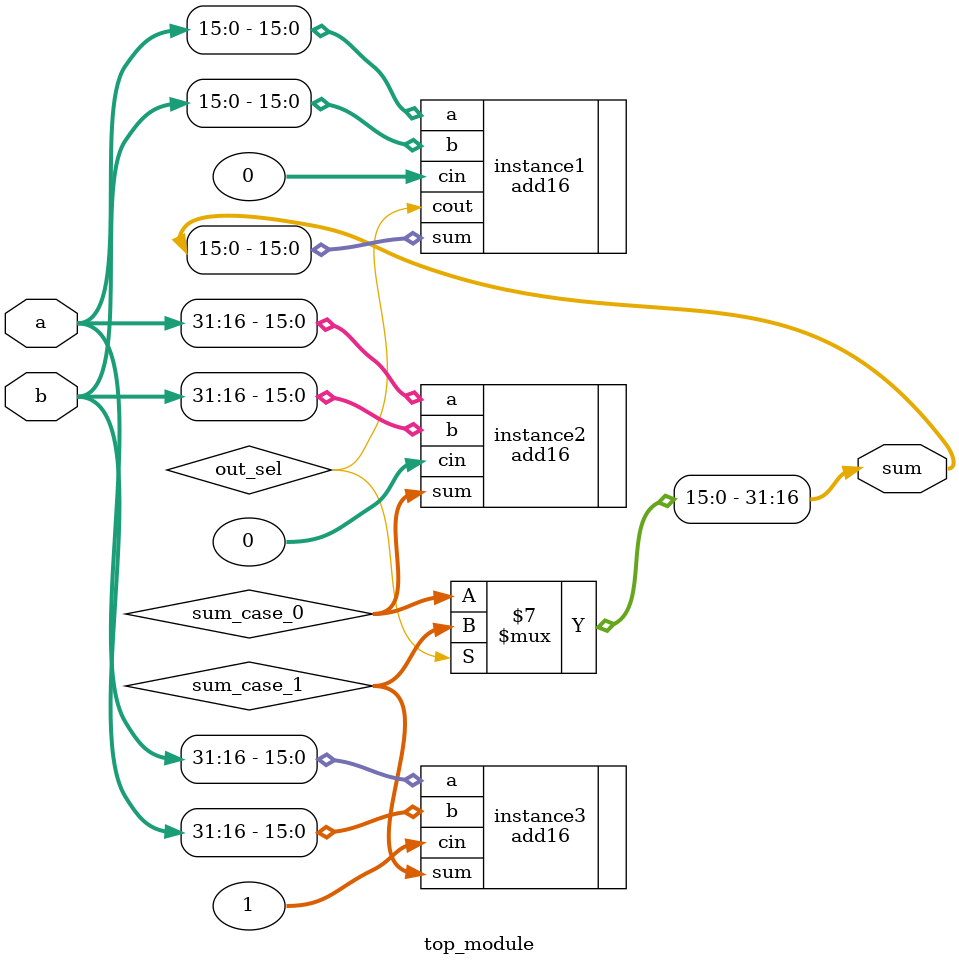
<source format=v>

module top_module(
    input [31:0] a,
    input [31:0] b,
    output [31:0] sum
);
    wire out_sel;
    wire [15:0] sum_case_0;
    wire [15:0] sum_case_1;

    add16 instance1 (.a(a[15:0]), .b(b[15:0]), .cin(0), .sum(sum[15:0]), .cout(out_sel));
    add16 instance2 (.a(a[31:16]), .b(b[31:16]), .cin(0), .sum(sum_case_0));
    add16 instance3 (.a(a[31:16]), .b(b[31:16]), .cin(1), .sum(sum_case_1));

    always @(*) begin
        if (out_sel == 1'b0)
            sum[31:16] = sum_case_0;
        else
            sum[31:16] = sum_case_1;
        
    end
endmodule
</source>
